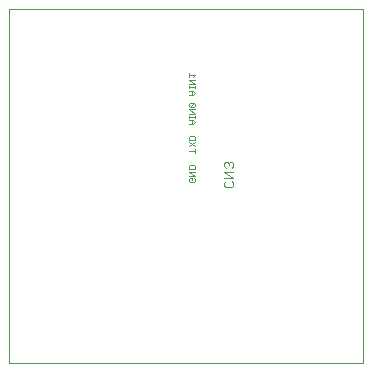
<source format=gbo>
G75*
%MOIN*%
%OFA0B0*%
%FSLAX25Y25*%
%IPPOS*%
%LPD*%
%AMOC8*
5,1,8,0,0,1.08239X$1,22.5*
%
%ADD10C,0.00000*%
%ADD11C,0.00200*%
%ADD12C,0.00400*%
D10*
X0009674Y0012935D02*
X0009674Y0131046D01*
X0127784Y0131046D01*
X0127784Y0012935D01*
X0009674Y0012935D01*
D11*
X0069977Y0073159D02*
X0069617Y0073519D01*
X0069617Y0074241D01*
X0069977Y0074601D01*
X0070699Y0074601D01*
X0070699Y0073880D01*
X0071420Y0074601D02*
X0071781Y0074241D01*
X0071781Y0073519D01*
X0071420Y0073159D01*
X0069977Y0073159D01*
X0069617Y0075334D02*
X0071781Y0075334D01*
X0069617Y0076776D01*
X0071781Y0076776D01*
X0071781Y0077509D02*
X0071781Y0078591D01*
X0071420Y0078951D01*
X0069977Y0078951D01*
X0069617Y0078591D01*
X0069617Y0077509D01*
X0071781Y0077509D01*
X0071781Y0083001D02*
X0071781Y0084444D01*
X0071781Y0083722D02*
X0069617Y0083722D01*
X0069617Y0085176D02*
X0071781Y0086619D01*
X0071781Y0087351D02*
X0071781Y0088433D01*
X0071420Y0088794D01*
X0069977Y0088794D01*
X0069617Y0088433D01*
X0069617Y0087351D01*
X0071781Y0087351D01*
X0071781Y0085176D02*
X0069617Y0086619D01*
X0069617Y0092512D02*
X0071059Y0092512D01*
X0071781Y0093234D01*
X0071059Y0093955D01*
X0069617Y0093955D01*
X0069617Y0094687D02*
X0069617Y0095409D01*
X0069617Y0095048D02*
X0071781Y0095048D01*
X0071781Y0094687D02*
X0071781Y0095409D01*
X0071781Y0096137D02*
X0069617Y0097580D01*
X0071781Y0097580D01*
X0071420Y0098313D02*
X0071781Y0098673D01*
X0071781Y0099395D01*
X0071420Y0099755D01*
X0069977Y0098313D01*
X0069617Y0098673D01*
X0069617Y0099395D01*
X0069977Y0099755D01*
X0071420Y0099755D01*
X0071420Y0098313D02*
X0069977Y0098313D01*
X0069617Y0096137D02*
X0071781Y0096137D01*
X0070699Y0093955D02*
X0070699Y0092512D01*
X0070699Y0102355D02*
X0070699Y0103798D01*
X0071059Y0103798D02*
X0069617Y0103798D01*
X0069617Y0104530D02*
X0069617Y0105251D01*
X0069617Y0104891D02*
X0071781Y0104891D01*
X0071781Y0105251D02*
X0071781Y0104530D01*
X0071059Y0103798D02*
X0071781Y0103076D01*
X0071059Y0102355D01*
X0069617Y0102355D01*
X0069617Y0105980D02*
X0071781Y0105980D01*
X0069617Y0107423D01*
X0071781Y0107423D01*
X0071059Y0108155D02*
X0071781Y0108876D01*
X0069617Y0108876D01*
X0069617Y0108155D02*
X0069617Y0109598D01*
D12*
X0081927Y0080035D02*
X0081409Y0079518D01*
X0081409Y0078484D01*
X0081927Y0077967D01*
X0081409Y0076812D02*
X0084512Y0076812D01*
X0083995Y0077967D02*
X0084512Y0078484D01*
X0084512Y0079518D01*
X0083995Y0080035D01*
X0083478Y0080035D01*
X0082961Y0079518D01*
X0082444Y0080035D01*
X0081927Y0080035D01*
X0082961Y0079518D02*
X0082961Y0079001D01*
X0081409Y0076812D02*
X0084512Y0074744D01*
X0081409Y0074744D01*
X0081927Y0073590D02*
X0081409Y0073073D01*
X0081409Y0072038D01*
X0081927Y0071521D01*
X0083995Y0071521D01*
X0084512Y0072038D01*
X0084512Y0073073D01*
X0083995Y0073590D01*
M02*

</source>
